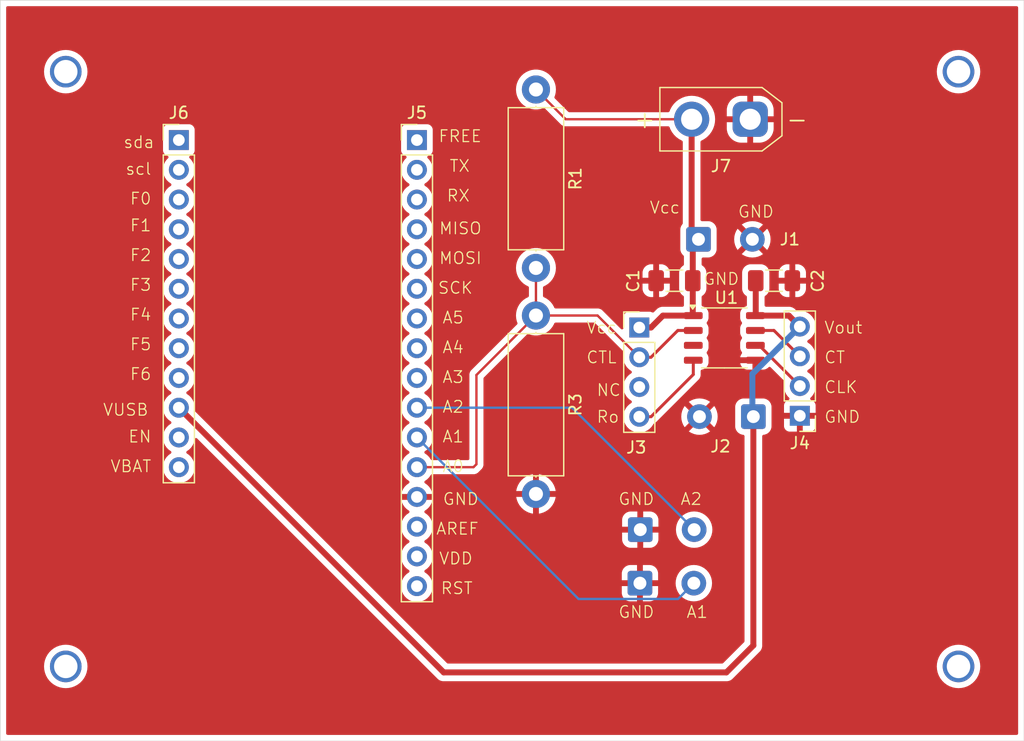
<source format=kicad_pcb>
(kicad_pcb (version 20240108) (generator "pcbnew") (generator_version "8.0")
  (layers (0 "F.Cu" signal) (31 "B.Cu" signal) (34 "B.Paste" user) (35 "F.Paste" user) (36 "B.SilkS" user "B.Silkscreen") (37 "F.SilkS" user "F.Silkscreen") (38 "B.Mask" user) (39 "F.Mask" user) (44 "Edge.Cuts" user))
  (net 0 "")
  (net 1 "Net-(J1-Pin_1)")
  (net 2 "GND")
  (net 4 "Net-(J3-Pin_4)")
  (net 6 "Net-(J4-Pin_3)")
  (net 7 "Net-(J4-Pin_2)")
  (net 8 "/A2")
  (net 9 "/A3")
  (net 10 "/A4")
  (net 11 "/FREE")
  (net 12 "/A5")
  (net 13 "/RX")
  (net 14 "/MOSI")
  (net 15 "/A1")
  (net 16 "/SCK")
  (net 17 "/TX")
  (net 18 "/A0")
  (net 19 "/MISO")
  (net 20 "/AREF")
  (net 21 "/~{RST}")
  (net 22 "/SDA")
  (net 23 "/F0")
  (net 24 "/F2")
  (net 25 "/F6")
  (net 26 "/F4")
  (net 27 "/EN")
  (net 28 "/F5")
  (net 29 "/F3")
  (net 30 "/SCL")
  (net 31 "/VBAT")
  (net 32 "/F1")
  (net 33 "/VUSB")
  (footprint "Connector_PinHeader_2.54mm:PinHeader_1x12_P2.54mm_Vertical" (layer "F.Cu") (at 64.008 62.23)
    (property "Reference" "J6" (at 0 -2.33 0) (layer "F.SilkS"))
    (property "Value" "feather short")
    (fp_line (start -1.33 -1.33) (end 0 -1.33) (stroke (width 0.12)) (layer "F.SilkS"))
    (fp_line (start -1.33 0) (end -1.33 -1.33) (stroke (width 0.12)) (layer "F.SilkS"))
    (fp_line (start -1.33 1.27) (end -1.33 29.27) (stroke (width 0.12)) (layer "F.SilkS"))
    (fp_line (start -1.33 1.27) (end 1.33 1.27) (stroke (width 0.12)) (layer "F.SilkS"))
    (fp_line (start -1.33 29.27) (end 1.33 29.27) (stroke (width 0.12)) (layer "F.SilkS"))
    (fp_line (start 1.33 1.27) (end 1.33 29.27) (stroke (width 0.12)) (layer "F.SilkS"))
    (pad "1" thru_hole rect (at 0 0) (size 1.7 1.7) (drill 1) (layers "*.Cu" "*.Mask") (net 22 "/SDA"))
    (pad "2" thru_hole oval (at 0 2.54) (size 1.7 1.7) (drill 1) (layers "*.Cu" "*.Mask") (net 30 "/SCL"))
    (pad "3" thru_hole oval (at 0 5.08) (size 1.7 1.7) (drill 1) (layers "*.Cu" "*.Mask") (net 23 "/F0"))
    (pad "4" thru_hole oval (at 0 7.62) (size 1.7 1.7) (drill 1) (layers "*.Cu" "*.Mask") (net 32 "/F1"))
    (pad "5" thru_hole oval (at 0 10.16) (size 1.7 1.7) (drill 1) (layers "*.Cu" "*.Mask") (net 24 "/F2"))
    (pad "6" thru_hole oval (at 0 12.7) (size 1.7 1.7) (drill 1) (layers "*.Cu" "*.Mask") (net 29 "/F3"))
    (pad "7" thru_hole oval (at 0 15.24) (size 1.7 1.7) (drill 1) (layers "*.Cu" "*.Mask") (net 26 "/F4"))
    (pad "8" thru_hole oval (at 0 17.78) (size 1.7 1.7) (drill 1) (layers "*.Cu" "*.Mask") (net 28 "/F5"))
    (pad "9" thru_hole oval (at 0 20.32) (size 1.7 1.7) (drill 1) (layers "*.Cu" "*.Mask") (net 25 "/F6"))
    (pad "10" thru_hole oval (at 0 22.86) (size 1.7 1.7) (drill 1) (layers "*.Cu" "*.Mask") (net 33 "/VUSB"))
    (pad "11" thru_hole oval (at 0 25.4) (size 1.7 1.7) (drill 1) (layers "*.Cu" "*.Mask") (net 27 "/EN"))
    (pad "12" thru_hole oval (at 0 27.94) (size 1.7 1.7) (drill 1) (layers "*.Cu" "*.Mask") (net 31 "/VBAT"))
  )
  (footprint "Connector_Wire:SolderWire-0.5sqmm_1x02_P4.6mm_D0.9mm_OD2.1mm" (layer "F.Cu") (at 103.364 100.076)
    (property "Reference" "J9" (hide yes))
    (property "Value" "Conn_01x02")
    (pad "1" thru_hole roundrect (at 0 0) (size 2.1 2.1) (drill 1.1) (layers "*.Cu" "*.Mask") (roundrect_rratio 0.119048) (net 2 "GND"))
    (pad "2" thru_hole circle (at 4.6 0) (size 2.1 2.1) (drill 1.1) (layers "*.Cu" "*.Mask") (net 15 "/A1"))
  )
  (footprint "" (layer "F.Cu") (at 54.356 107.188)
    (property "Reference" "" (at 0 0 0) (layer "F.SilkS") (effects (font (size 1.27 1.27))))
    (property "Value" "" (at 0 0 0) (layer "F.SilkS") (effects (font (size 1.27 1.27))))
    (pad "" np_thru_hole circle (at 0 0) (size 2.7 2.7) (drill 2) (layers "F&B.Cu" "*.Mask"))
  )
  (footprint "Connector_PinHeader_2.54mm:PinHeader_1x04_P2.54mm_Vertical" (layer "F.Cu") (at 117.01 85.78 180)
    (property "Reference" "J4" (at 0 -2.33 0) (layer "F.SilkS"))
    (property "Value" "Conn_01x04")
    (fp_line (start 1.33 1.27) (end 1.33 8.95) (stroke (width 0.12)) (layer "F.SilkS"))
    (fp_line (start -1.33 8.95) (end 1.33 8.95) (stroke (width 0.12)) (layer "F.SilkS"))
    (fp_line (start -1.33 1.27) (end 1.33 1.27) (stroke (width 0.12)) (layer "F.SilkS"))
    (fp_line (start -1.33 1.27) (end -1.33 8.95) (stroke (width 0.12)) (layer "F.SilkS"))
    (fp_line (start -1.33 0) (end -1.33 -1.33) (stroke (width 0.12)) (layer "F.SilkS"))
    (fp_line (start -1.33 -1.33) (end 0 -1.33) (stroke (width 0.12)) (layer "F.SilkS"))
    (pad "1" thru_hole rect (at 0 0 180) (size 1.7 1.7) (drill 1) (layers "*.Cu" "*.Mask") (net 2 "GND"))
    (pad "2" thru_hole oval (at 0 2.54 180) (size 1.7 1.7) (drill 1) (layers "*.Cu" "*.Mask") (net 7 "Net-(J4-Pin_2)"))
    (pad "3" thru_hole oval (at 0 5.08 180) (size 1.7 1.7) (drill 1) (layers "*.Cu" "*.Mask") (net 6 "Net-(J4-Pin_3)"))
    (pad "4" thru_hole oval (at 0 7.62 180) (size 1.7 1.7) (drill 1) (layers "*.Cu" "*.Mask") (net 33 "/VUSB"))
  )
  (footprint "Connector_Wire:SolderWire-0.5sqmm_1x02_P4.6mm_D0.9mm_OD2.1mm" (layer "F.Cu") (at 113.044 85.852 180)
    (property "Reference" "J2" (at 2.808 -2.54 0) (layer "F.SilkS"))
    (property "Value" "Conn_01x02")
    (pad "1" thru_hole roundrect (at 0 0 180) (size 2.1 2.1) (drill 1.1) (layers "*.Cu" "*.Mask") (roundrect_rratio 0.119048) (net 33 "/VUSB"))
    (pad "2" thru_hole circle (at 4.6 0 180) (size 2.1 2.1) (drill 1.1) (layers "*.Cu" "*.Mask") (net 2 "GND"))
  )
  (footprint "" (layer "F.Cu") (at 130.556 56.388)
    (property "Reference" "" (at 0 0 0) (layer "F.SilkS") (effects (font (size 1.27 1.27))))
    (property "Value" "" (at 0 0 0) (layer "F.SilkS") (effects (font (size 1.27 1.27))))
    (pad "" np_thru_hole circle (at 0 0) (size 2.7 2.7) (drill 2) (layers "F&B.Cu" "*.Mask"))
  )
  (footprint "Capacitor_SMD:C_1206_3216Metric_Pad1.33x1.80mm_HandSolder" (layer "F.Cu") (at 106.31 74.24)
    (property "Reference" "C1" (at -3.524 0.024 90) (layer "F.SilkS"))
    (property "Value" "0.1uF")
    (fp_line (start -0.711252 -0.91) (end 0.711252 -0.91) (stroke (width 0.12)) (layer "F.SilkS"))
    (fp_line (start -0.711252 0.91) (end 0.711252 0.91) (stroke (width 0.12)) (layer "F.SilkS"))
    (pad "1" smd roundrect (at -1.5625 0) (size 1.325 1.8) (layers "F.Cu" "F.Paste" "F.Mask") (roundrect_rratio 0.188679) (net 2 "GND"))
    (pad "2" smd roundrect (at 1.5625 0) (size 1.325 1.8) (layers "F.Cu" "F.Paste" "F.Mask") (roundrect_rratio 0.188679) (net 1 "Net-(J1-Pin_1)"))
  )
  (footprint "Resistor_THT:R_Axial_DIN0414_L11.9mm_D4.5mm_P15.24mm_Horizontal" (layer "F.Cu") (at 94.488 77.216 -90)
    (property "Reference" "R3" (at 7.62 -3.37 90) (layer "F.SilkS"))
    (property "Value" "5k")
    (fp_line (start 1.55 2.37) (end 13.69 2.37) (stroke (width 0.12)) (layer "F.SilkS"))
    (fp_line (start 13.69 2.37) (end 13.69 -2.37) (stroke (width 0.12)) (layer "F.SilkS"))
    (fp_line (start 1.44 0) (end 1.55 0) (stroke (width 0.12)) (layer "F.SilkS"))
    (fp_line (start 13.8 0) (end 13.69 0) (stroke (width 0.12)) (layer "F.SilkS"))
    (fp_line (start 1.55 -2.37) (end 1.55 2.37) (stroke (width 0.12)) (layer "F.SilkS"))
    (fp_line (start 13.69 -2.37) (end 1.55 -2.37) (stroke (width 0.12)) (layer "F.SilkS"))
    (pad "1" thru_hole circle (at 0 0 270) (size 2.4 2.4) (drill 1.2) (layers "*.Cu" "*.Mask") (net 18 "/A0"))
    (pad "2" thru_hole oval (at 15.24 0 270) (size 2.4 2.4) (drill 1.2) (layers "*.Cu" "*.Mask") (net 2 "GND"))
  )
  (footprint "Connector_PinHeader_2.54mm:PinHeader_1x04_P2.54mm_Vertical" (layer "F.Cu") (at 103.308 78.24)
    (property "Reference" "J3" (at -0.254 10.248 0) (layer "F.SilkS"))
    (property "Value" "Conn_01x04")
    (fp_line (start -1.33 -1.33) (end 0 -1.33) (stroke (width 0.12)) (layer "F.SilkS"))
    (fp_line (start -1.33 0) (end -1.33 -1.33) (stroke (width 0.12)) (layer "F.SilkS"))
    (fp_line (start -1.33 1.27) (end -1.33 8.95) (stroke (width 0.12)) (layer "F.SilkS"))
    (fp_line (start -1.33 1.27) (end 1.33 1.27) (stroke (width 0.12)) (layer "F.SilkS"))
    (fp_line (start -1.33 8.95) (end 1.33 8.95) (stroke (width 0.12)) (layer "F.SilkS"))
    (fp_line (start 1.33 1.27) (end 1.33 8.95) (stroke (width 0.12)) (layer "F.SilkS"))
    (pad "1" thru_hole rect (at 0 0) (size 1.7 1.7) (drill 1) (layers "*.Cu" "*.Mask") (net 1 "Net-(J1-Pin_1)"))
    (pad "2" thru_hole oval (at 0 2.54) (size 1.7 1.7) (drill 1) (layers "*.Cu" "*.Mask") (net 18 "/A0"))
    (pad "3" thru_hole oval (at 0 5.08) (size 1.7 1.7) (drill 1) (layers "*.Cu" "*.Mask"))
    (pad "4" thru_hole oval (at 0 7.62) (size 1.7 1.7) (drill 1) (layers "*.Cu" "*.Mask") (net 4 "Net-(J3-Pin_4)"))
  )
  (footprint "" (layer "F.Cu") (at 130.556 107.188)
    (property "Reference" "" (at 0 0 0) (layer "F.SilkS") (effects (font (size 1.27 1.27))))
    (property "Value" "" (at 0 0 0) (layer "F.SilkS") (effects (font (size 1.27 1.27))))
    (pad "" np_thru_hole circle (at 0 0) (size 2.7 2.7) (drill 2) (layers "F&B.Cu" "*.Mask"))
  )
  (footprint "Connector_Wire:SolderWire-0.5sqmm_1x02_P4.6mm_D0.9mm_OD2.1mm" (layer "F.Cu") (at 108.36 70.708)
    (property "Reference" "J1" (at 7.8 0 0) (layer "F.SilkS"))
    (property "Value" "Conn_01x02")
    (pad "1" thru_hole roundrect (at 0 0) (size 2.1 2.1) (drill 1.1) (layers "*.Cu" "*.Mask") (roundrect_rratio 0.119048) (net 1 "Net-(J1-Pin_1)"))
    (pad "2" thru_hole circle (at 4.6 0) (size 2.1 2.1) (drill 1.1) (layers "*.Cu" "*.Mask") (net 2 "GND"))
  )
  (footprint "" (layer "F.Cu") (at 54.356 56.388)
    (property "Reference" "" (at 0 0 0) (layer "F.SilkS") (effects (font (size 1.27 1.27))))
    (property "Value" "" (at 0 0 0) (layer "F.SilkS") (effects (font (size 1.27 1.27))))
    (pad "" np_thru_hole circle (at 0 0) (size 2.7 2.7) (drill 2) (layers "F&B.Cu" "*.Mask"))
  )
  (footprint "Connector_PinHeader_2.54mm:PinHeader_1x16_P2.54mm_Vertical" (layer "F.Cu") (at 84.328 62.23)
    (property "Reference" "J5" (at 0 -2.33 0) (layer "F.SilkS"))
    (property "Value" "feather long")
    (fp_line (start -1.33 -1.33) (end 0 -1.33) (stroke (width 0.12)) (layer "F.SilkS"))
    (fp_line (start -1.33 0) (end -1.33 -1.33) (stroke (width 0.12)) (layer "F.SilkS"))
    (fp_line (start -1.33 1.27) (end -1.33 39.43) (stroke (width 0.12)) (layer "F.SilkS"))
    (fp_line (start -1.33 1.27) (end 1.33 1.27) (stroke (width 0.12)) (layer "F.SilkS"))
    (fp_line (start -1.33 39.43) (end 1.33 39.43) (stroke (width 0.12)) (layer "F.SilkS"))
    (fp_line (start 1.33 1.27) (end 1.33 39.43) (stroke (width 0.12)) (layer "F.SilkS"))
    (pad "1" thru_hole rect (at 0 0) (size 1.7 1.7) (drill 1) (layers "*.Cu" "*.Mask") (net 11 "/FREE"))
    (pad "2" thru_hole oval (at 0 2.54) (size 1.7 1.7) (drill 1) (layers "*.Cu" "*.Mask") (net 17 "/TX"))
    (pad "3" thru_hole oval (at 0 5.08) (size 1.7 1.7) (drill 1) (layers "*.Cu" "*.Mask") (net 13 "/RX"))
    (pad "4" thru_hole oval (at 0 7.62) (size 1.7 1.7) (drill 1) (layers "*.Cu" "*.Mask") (net 19 "/MISO"))
    (pad "5" thru_hole oval (at 0 10.16) (size 1.7 1.7) (drill 1) (layers "*.Cu" "*.Mask") (net 14 "/MOSI"))
    (pad "6" thru_hole oval (at 0 12.7) (size 1.7 1.7) (drill 1) (layers "*.Cu" "*.Mask") (net 16 "/SCK"))
    (pad "7" thru_hole oval (at 0 15.24) (size 1.7 1.7) (drill 1) (layers "*.Cu" "*.Mask") (net 12 "/A5"))
    (pad "8" thru_hole oval (at 0 17.78) (size 1.7 1.7) (drill 1) (layers "*.Cu" "*.Mask") (net 10 "/A4"))
    (pad "9" thru_hole oval (at 0 20.32) (size 1.7 1.7) (drill 1) (layers "*.Cu" "*.Mask") (net 9 "/A3"))
    (pad "10" thru_hole oval (at 0 22.86) (size 1.7 1.7) (drill 1) (layers "*.Cu" "*.Mask") (net 8 "/A2"))
    (pad "11" thru_hole oval (at 0 25.4) (size 1.7 1.7) (drill 1) (layers "*.Cu" "*.Mask") (net 15 "/A1"))
    (pad "12" thru_hole oval (at 0 27.94) (size 1.7 1.7) (drill 1) (layers "*.Cu" "*.Mask") (net 18 "/A0"))
    (pad "13" thru_hole oval (at 0 30.48) (size 1.7 1.7) (drill 1) (layers "*.Cu" "*.Mask") (net 2 "GND"))
    (pad "14" thru_hole oval (at 0 33.02) (size 1.7 1.7) (drill 1) (layers "*.Cu" "*.Mask") (net 20 "/AREF"))
    (pad "15" thru_hole oval (at 0 35.56) (size 1.7 1.7) (drill 1) (layers "*.Cu" "*.Mask"))
    (pad "16" thru_hole oval (at 0 38.1) (size 1.7 1.7) (drill 1) (layers "*.Cu" "*.Mask") (net 21 "/~{RST}"))
  )
  (footprint "Package_SO:HTSOP-8-1EP_3.9x4.9mm_P1.27mm_EP2.4x3.2mm" (layer "F.Cu") (at 110.568 79.128)
    (property "Reference" "U1" (at 0.176 -3.436 0) (layer "F.SilkS"))
    (property "Value" "~")
    (fp_line (start 0 -2.56) (end -1.95 -2.56) (stroke (width 0.12)) (layer "F.SilkS"))
    (fp_line (start 0 -2.56) (end 1.95 -2.56) (stroke (width 0.12)) (layer "F.SilkS"))
    (fp_line (start 0 2.56) (end -1.95 2.56) (stroke (width 0.12)) (layer "F.SilkS"))
    (fp_line (start 0 2.56) (end 1.95 2.56) (stroke (width 0.12)) (layer "F.SilkS"))
    (fp_poly (pts (xy -2.7 -2.465) (xy -2.94 -2.795) (xy -2.46 -2.795) (xy -2.7 -2.465)) (stroke (width 0.12)) (fill solid) (layer "F.SilkS"))
    (pad "1" smd roundrect (at -2.65 -1.905) (size 1.6 0.6) (layers "F.Cu" "F.Paste" "F.Mask") (net 1 "Net-(J1-Pin_1)"))
    (pad "2" smd roundrect (at -2.65 -0.635) (size 1.6 0.6) (layers "F.Cu" "F.Paste" "F.Mask") (net 18 "/A0"))
    (pad "3" smd roundrect (at -2.65 0.635) (size 1.6 0.6) (layers "F.Cu" "F.Paste" "F.Mask"))
    (pad "4" smd roundrect (at -2.65 1.905) (size 1.6 0.6) (layers "F.Cu" "F.Paste" "F.Mask") (net 4 "Net-(J3-Pin_4)"))
    (pad "5" smd roundrect (at 2.65 1.905) (size 1.6 0.6) (layers "F.Cu" "F.Paste" "F.Mask") (net 2 "GND"))
    (pad "6" smd roundrect (at 2.65 0.635) (size 1.6 0.6) (layers "F.Cu" "F.Paste" "F.Mask") (net 7 "Net-(J4-Pin_2)"))
    (pad "7" smd roundrect (at 2.65 -0.635) (size 1.6 0.6) (layers "F.Cu" "F.Paste" "F.Mask") (net 6 "Net-(J4-Pin_3)"))
    (pad "8" smd roundrect (at 2.65 -1.905) (size 1.6 0.6) (layers "F.Cu" "F.Paste" "F.Mask") (net 33 "/VUSB"))
    (pad "9" smd rect (at 0 0) (size 2.4 3.2) (property pad_prop_heatsink) (layers "F.Cu" "F.Mask") (net 2 "GND"))
  )
  (footprint "Resistor_THT:R_Axial_DIN0414_L11.9mm_D4.5mm_P15.24mm_Horizontal" (layer "F.Cu") (at 94.488 57.912 -90)
    (property "Reference" "R1" (at 7.62 -3.37 90) (layer "F.SilkS"))
    (property "Value" "10k")
    (fp_line (start 1.55 2.37) (end 13.69 2.37) (stroke (width 0.12)) (layer "F.SilkS"))
    (fp_line (start 13.69 2.37) (end 13.69 -2.37) (stroke (width 0.12)) (layer "F.SilkS"))
    (fp_line (start 1.44 0) (end 1.55 0) (stroke (width 0.12)) (layer "F.SilkS"))
    (fp_line (start 13.8 0) (end 13.69 0) (stroke (width 0.12)) (layer "F.SilkS"))
    (fp_line (start 1.55 -2.37) (end 1.55 2.37) (stroke (width 0.12)) (layer "F.SilkS"))
    (fp_line (start 13.69 -2.37) (end 1.55 -2.37) (stroke (width 0.12)) (layer "F.SilkS"))
    (pad "1" thru_hole circle (at 0 0 270) (size 2.4 2.4) (drill 1.2) (layers "*.Cu" "*.Mask") (net 1 "Net-(J1-Pin_1)"))
    (pad "2" thru_hole oval (at 15.24 0 270) (size 2.4 2.4) (drill 1.2) (layers "*.Cu" "*.Mask") (net 18 "/A0"))
  )
  (footprint "Connector_AMASS:AMASS_XT30UPB-F_1x02_P5.0mm_Vertical" (layer "F.Cu") (at 112.776 60.452 180)
    (property "Reference" "J7" (at 2.5 -4 0) (layer "F.SilkS"))
    (property "Value" "Conn_01x02")
    (fp_line (start 7.71 -2.71) (end 7.71 2.71) (stroke (width 0.12)) (layer "F.SilkS"))
    (fp_line (start -1.01 2.71) (end 7.71 2.71) (stroke (width 0.12)) (layer "F.SilkS"))
    (fp_line (start -1.01 -2.71) (end 7.71 -2.71) (stroke (width 0.12)) (layer "F.SilkS"))
    (fp_line (start -2.71 1.41) (end -1.01 2.71) (stroke (width 0.12)) (layer "F.SilkS"))
    (fp_line (start -2.71 -1.41) (end -1.01 -2.71) (stroke (width 0.12)) (layer "F.SilkS"))
    (fp_line (start -2.71 -1.41) (end -2.71 1.41) (stroke (width 0.12)) (layer "F.SilkS"))
    (fp_text user "+" (at 9 0 0) (layer "F.SilkS") (effects (font (size 1.5 1.5))))
    (fp_text user "-" (at -4 0 0) (layer "F.SilkS") (effects (font (size 1.5 1.5))))
    (pad "1" thru_hole roundrect (at 0 0 180) (size 3 3) (drill 1.8) (layers "*.Cu" "*.Mask") (net 2 "GND"))
    (pad "2" thru_hole circle (at 5 0 180) (size 3 3) (drill 1.8) (layers "*.Cu" "*.Mask") (net 1 "Net-(J1-Pin_1)"))
  )
  (footprint "Capacitor_SMD:C_1206_3216Metric_Pad1.33x1.80mm_HandSolder" (layer "F.Cu") (at 114.81 74.24)
    (property "Reference" "C2" (at 3.724 0.024 90) (layer "F.SilkS"))
    (property "Value" "10uF")
    (fp_line (start -0.711252 -0.91) (end 0.711252 -0.91) (stroke (width 0.12)) (layer "F.SilkS"))
    (fp_line (start -0.711252 0.91) (end 0.711252 0.91) (stroke (width 0.12)) (layer "F.SilkS"))
    (pad "1" smd roundrect (at -1.5625 0) (size 1.325 1.8) (layers "F.Cu" "F.Paste" "F.Mask") (roundrect_rratio 0.188679) (net 33 "/VUSB"))
    (pad "2" smd roundrect (at 1.5625 0) (size 1.325 1.8) (layers "F.Cu" "F.Paste" "F.Mask") (roundrect_rratio 0.188679) (net 2 "GND"))
  )
  (footprint "Connector_Wire:SolderWire-0.5sqmm_1x02_P4.6mm_D0.9mm_OD2.1mm" (layer "B.Cu") (at 103.392 95.504)
    (property "Reference" "J8" (hide yes))
    (property "Value" "Conn_01x02")
    (pad "1" thru_hole roundrect (at 0 0) (size 2.1 2.1) (drill 1.1) (layers "*.Cu" "*.Mask") (roundrect_rratio 0.119048) (net 2 "GND"))
    (pad "2" thru_hole circle (at 4.6 0) (size 2.1 2.1) (drill 1.1) (layers "*.Cu" "*.Mask") (net 8 "/A2"))
  )
  (gr_rect (start 48.768 50.292) (end 136.144 113.538) (stroke (width 0.05)) (fill none) (layer "Edge.Cuts"))
  (gr_text "SCK" (at 89.154 75.438 0) (layer "F.SilkS") (effects (font (size 1 1) (thickness 0.1)) (justify right bottom)))
  (gr_text "NC" (at 99.61 84.17 0) (layer "F.SilkS") (effects (font (size 1 1) (thickness 0.1)) (justify left bottom)))
  (gr_text "GND" (at 104.648 93.472 0) (layer "F.SilkS") (effects (font (size 1 1) (thickness 0.1)) (justify right bottom)))
  (gr_text "RX" (at 88.9 67.564 0) (layer "F.SilkS") (effects (font (size 1 1) (thickness 0.1)) (justify right bottom)))
  (gr_text "F2" (at 61.722 72.644 0) (layer "F.SilkS") (effects (font (size 1 1) (thickness 0.1)) (justify right bottom)))
  (gr_text "CLK" (at 119.042 83.916 0) (layer "F.SilkS") (effects (font (size 1 1) (thickness 0.1)) (justify left bottom)))
  (gr_text "F1" (at 61.722 70.104 0) (layer "F.SilkS") (effects (font (size 1 1) (thickness 0.1)) (justify right bottom)))
  (gr_text "RST" (at 89.154 101.092 0) (layer "F.SilkS") (effects (font (size 1 1) (thickness 0.1)) (justify right bottom)))
  (gr_text "F6" (at 61.722 82.804 0) (layer "F.SilkS") (effects (font (size 1 1) (thickness 0.1)) (justify right bottom)))
  (gr_text "GND" (at 108.712 74.676 0) (layer "F.SilkS") (effects (font (size 1 1) (thickness 0.1)) (justify left bottom)))
  (gr_text "GND" (at 89.662 93.472 0) (layer "F.SilkS") (effects (font (size 1 1) (thickness 0.1)) (justify right bottom)))
  (gr_text "Vcc" (at 104.14 68.58 0) (layer "F.SilkS") (effects (font (size 1 1) (thickness 0.1)) (justify left bottom)))
  (gr_text "MISO" (at 89.916 70.358 0) (layer "F.SilkS") (effects (font (size 1 1) (thickness 0.1)) (justify right bottom)))
  (gr_text "TX" (at 88.9 65.024 0) (layer "F.SilkS") (effects (font (size 1 1) (thickness 0.1)) (justify right bottom)))
  (gr_text "CTL" (at 98.736 81.376 0) (layer "F.SilkS") (effects (font (size 1 1) (thickness 0.1)) (justify left bottom)))
  (gr_text "GND" (at 119.042 86.456 0) (layer "F.SilkS") (effects (font (size 1 1) (thickness 0.1)) (justify left bottom)))
  (gr_text "MOSI\n" (at 89.916 72.898 0) (layer "F.SilkS") (effects (font (size 1 1) (thickness 0.1)) (justify right bottom)))
  (gr_text "A4" (at 88.392 80.518 0) (layer "F.SilkS") (effects (font (size 1 1) (thickness 0.1)) (justify right bottom)))
  (gr_text "F3" (at 61.722 75.184 0) (layer "F.SilkS") (effects (font (size 1 1) (thickness 0.1)) (justify right bottom)))
  (gr_text "Vout\n" (at 119.042 78.836 0) (layer "F.SilkS") (effects (font (size 1 1) (thickness 0.1)) (justify left bottom)))
  (gr_text "A3" (at 88.392 83.058 0) (layer "F.SilkS") (effects (font (size 1 1) (thickness 0.1)) (justify right bottom)))
  (gr_text "A1" (at 109.22 103.124 0) (layer "F.SilkS") (effects (font (size 1 1) (thickness 0.1)) (justify right bottom)))
  (gr_text "Ro" (at 99.61 86.456 0) (layer "F.SilkS") (effects (font (size 1 1) (thickness 0.1)) (justify left bottom)))
  (gr_text "A5" (at 88.392 77.978 0) (layer "F.SilkS") (effects (font (size 1 1) (thickness 0.1)) (justify right bottom)))
  (gr_text "F4" (at 61.722 77.724 0) (layer "F.SilkS") (effects (font (size 1 1) (thickness 0.1)) (justify right bottom)))
  (gr_text "GND" (at 111.676 68.93 0) (layer "F.SilkS") (effects (font (size 1 1) (thickness 0.1)) (justify left bottom)))
  (gr_text "F5" (at 61.722 80.264 0) (layer "F.SilkS") (effects (font (size 1 1) (thickness 0.1)) (justify right bottom)))
  (gr_text "VBAT" (at 61.722 90.678 0) (layer "F.SilkS") (effects (font (size 1 1) (thickness 0.1)) (justify right bottom)))
  (gr_text "sda" (at 61.976 62.992 0) (layer "F.SilkS") (effects (font (size 1 1) (thickness 0.1)) (justify right bottom)))
  (gr_text "A2" (at 108.712 93.472 0) (layer "F.SilkS") (effects (font (size 1 1) (thickness 0.1)) (justify right bottom)))
  (gr_text "A0" (at 88.392 90.678 0) (layer "F.SilkS") (effects (font (size 1 1) (thickness 0.1)) (justify right bottom)))
  (gr_text "VUSB" (at 61.468 85.852 0) (layer "F.SilkS") (effects (font (size 1 1) (thickness 0.1)) (justify right bottom)))
  (gr_text "VDD" (at 89.154 98.552 0) (layer "F.SilkS") (effects (font (size 1 1) (thickness 0.1)) (justify right bottom)))
  (gr_text "CT" (at 119.042 81.376 0) (layer "F.SilkS") (effects (font (size 1 1) (thickness 0.1)) (justify left bottom)))
  (gr_text "A2" (at 88.392 85.598 0) (layer "F.SilkS") (effects (font (size 1 1) (thickness 0.1)) (justify right bottom)))
  (gr_text "F0" (at 61.722 67.818 0) (layer "F.SilkS") (effects (font (size 1 1) (thickness 0.1)) (justify right bottom)))
  (gr_text "Vcc" (at 98.736 78.836 0) (layer "F.SilkS") (effects (font (size 1 1) (thickness 0.1)) (justify left bottom)))
  (gr_text "GND" (at 104.648 103.124 0) (layer "F.SilkS") (effects (font (size 1 1) (thickness 0.1)) (justify right bottom)))
  (gr_text "scl" (at 61.722 65.278 0) (layer "F.SilkS") (effects (font (size 1 1) (thickness 0.1)) (justify right bottom)))
  (gr_text "EN" (at 61.722 88.138 0) (layer "F.SilkS") (effects (font (size 1 1) (thickness 0.1)) (justify right bottom)))
  (gr_text "AREF" (at 89.662 96.012 0) (layer "F.SilkS") (effects (font (size 1 1) (thickness 0.1)) (justify right bottom)))
  (gr_text "FREE" (at 89.916 62.484 0) (layer "F.SilkS") (effects (font (size 1 1) (thickness 0.1)) (justify right bottom)))
  (gr_text "A1" (at 88.392 88.138 0) (layer "F.SilkS") (effects (font (size 1 1) (thickness 0.1)) (justify right bottom)))
  (segment (start 107.776 70.124) (end 108.36 70.708) (width 0.2) (layer "F.Cu") (net 1))
  (segment (start 94.488 57.912) (end 97.028 60.452) (width 0.2) (layer "F.Cu") (net 1))
  (segment (start 107.8725 71.1955) (end 108.36 70.708) (width 0.2) (layer "F.Cu") (net 1))
  (segment (start 104.31 78.24) (end 105.327 77.223) (width 0.508) (layer "F.Cu") (net 1))
  (segment (start 107.776 60.452) (end 107.776 70.124) (width 0.508) (layer "F.Cu") (net 1))
  (segment (start 107.8725 74.24) (end 107.8725 77.1775) (width 0.508) (layer "F.Cu") (net 1))
  (segment (start 105.327 77.223) (end 107.918 77.223) (width 0.508) (layer "F.Cu") (net 1))
  (segment (start 97.028 60.452) (end 107.776 60.452) (width 0.2) (layer "F.Cu") (net 1))
  (segment (start 107.8725 77.1775) (end 107.918 77.223) (width 0.2) (layer "F.Cu") (net 1))
  (segment (start 104.31 78.24) (end 103.308 78.24) (width 0.508) (layer "F.Cu") (net 1))
  (segment (start 107.8725 74.24) (end 107.8725 71.1955) (width 0.508) (layer "F.Cu") (net 1))
  (segment (start 104.31 85.86) (end 103.308 85.86) (width 0.254) (layer "F.Cu") (net 4))
  (segment (start 107.918 81.033) (end 107.918 82.252) (width 0.254) (layer "F.Cu") (net 4))
  (segment (start 107.918 82.252) (end 104.31 85.86) (width 0.254) (layer "F.Cu") (net 4))
  (segment (start 113.218 78.493) (end 114.803 78.493) (width 0.254) (layer "F.Cu") (net 6))
  (segment (start 114.803 78.493) (end 117.01 80.7) (width 0.254) (layer "F.Cu") (net 6))
  (segment (start 113.533 79.763) (end 117.01 83.24) (width 0.254) (layer "F.Cu") (net 7))
  (segment (start 113.218 79.763) (end 113.533 79.763) (width 0.2) (layer "F.Cu") (net 7))
  (segment (start 107.992 95.504) (end 97.578 85.09) (width 0.2) (layer "B.Cu") (net 8))
  (segment (start 97.578 85.09) (end 84.328 85.09) (width 0.2) (layer "B.Cu") (net 8))
  (segment (start 106.614 101.426) (end 98.124 101.426) (width 0.2) (layer "B.Cu") (net 15))
  (segment (start 107.964 100.076) (end 106.614 101.426) (width 0.2) (layer "B.Cu") (net 15))
  (segment (start 98.124 101.426) (end 84.328 87.63) (width 0.2) (layer "B.Cu") (net 15))
  (segment (start 107.918 78.493) (end 106.597 78.493) (width 0.254) (layer "F.Cu") (net 18))
  (segment (start 94.488 77.216) (end 89.408 82.296) (width 0.2) (layer "F.Cu") (net 18))
  (segment (start 106.597 78.493) (end 104.31 80.78) (width 0.254) (layer "F.Cu") (net 18))
  (segment (start 89.408 89.916) (end 89.154 90.17) (width 0.2) (layer "F.Cu") (net 18))
  (segment (start 89.154 90.17) (end 84.328 90.17) (width 0.2) (layer "F.Cu") (net 18))
  (segment (start 89.408 82.296) (end 89.408 89.916) (width 0.2) (layer "F.Cu") (net 18))
  (segment (start 94.488 73.152) (end 94.488 77.216) (width 0.2) (layer "F.Cu") (net 18))
  (segment (start 94.488 77.216) (end 99.744 77.216) (width 0.2) (layer "F.Cu") (net 18))
  (segment (start 104.31 80.78) (end 103.308 80.78) (width 0.254) (layer "F.Cu") (net 18))
  (segment (start 99.744 77.216) (end 103.308 80.78) (width 0.2) (layer "F.Cu") (net 18))
  (segment (start 116.073 77.223) (end 117.01 78.16) (width 0.508) (layer "F.Cu") (net 33))
  (segment (start 113.2475 77.1935) (end 113.218 77.223) (width 0.2) (layer "F.Cu") (net 33))
  (segment (start 113.044 85.852) (end 113.044 105.396) (width 0.508) (layer "F.Cu") (net 33))
  (segment (start 113.2475 74.24) (end 113.2475 77.1935) (width 0.508) (layer "F.Cu") (net 33))
  (segment (start 113.218 77.223) (end 116.073 77.223) (width 0.508) (layer "F.Cu") (net 33))
  (segment (start 86.614 107.696) (end 64.008 85.09) (width 0.508) (layer "F.Cu") (net 33))
  (segment (start 110.744 107.696) (end 86.614 107.696) (width 0.508) (layer "F.Cu") (net 33))
  (segment (start 113.044 105.396) (end 110.744 107.696) (width 0.508) (layer "F.Cu") (net 33))
  (segment (start 112.96 82.21) (end 112.96 85.948) (width 0.508) (layer "B.Cu") (net 33))
  (segment (start 117.01 78.16) (end 112.96 82.21) (width 0.508) (layer "B.Cu") (net 33))
  (zone (net 2) (net_name "GND") (layer "F.Cu") (connect_pads (clearance 0.5)) (min_thickness 0.25) (fill yes (thermal_gap 0.5) (thermal_bridge_width 0.5))
    (polygon (pts (xy 48.768 50.292) (xy 136.144 50.292) (xy 136.144 113.538) (xy 48.768 113.538)))
  )
)
</source>
